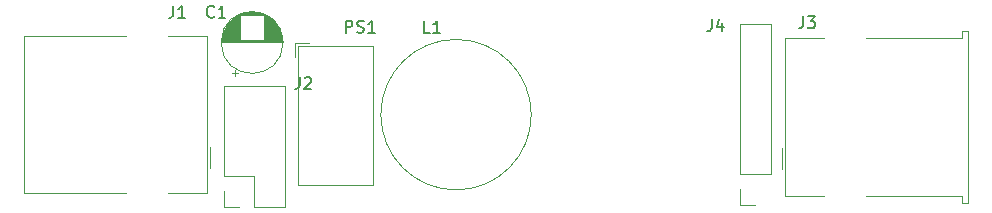
<source format=gbr>
%TF.GenerationSoftware,KiCad,Pcbnew,(5.1.12)-1*%
%TF.CreationDate,2022-10-21T23:10:11+02:00*%
%TF.ProjectId,smart-temp-allinone,736d6172-742d-4746-956d-702d616c6c69,rev?*%
%TF.SameCoordinates,Original*%
%TF.FileFunction,Legend,Top*%
%TF.FilePolarity,Positive*%
%FSLAX46Y46*%
G04 Gerber Fmt 4.6, Leading zero omitted, Abs format (unit mm)*
G04 Created by KiCad (PCBNEW (5.1.12)-1) date 2022-10-21 23:10:11*
%MOMM*%
%LPD*%
G01*
G04 APERTURE LIST*
%ADD10C,0.120000*%
%ADD11C,0.150000*%
G04 APERTURE END LIST*
D10*
%TO.C,J4*%
X129536000Y-91440000D02*
X126876000Y-91440000D01*
X129536000Y-91440000D02*
X129536000Y-78680000D01*
X129536000Y-78680000D02*
X126876000Y-78680000D01*
X126876000Y-91440000D02*
X126876000Y-78680000D01*
X126876000Y-94040000D02*
X126876000Y-92710000D01*
X128206000Y-94040000D02*
X126876000Y-94040000D01*
%TO.C,L1*%
X109240000Y-86394000D02*
G75*
G03*
X109240000Y-86394000I-6370000J0D01*
G01*
%TO.C,C1*%
X83873000Y-82838775D02*
X84373000Y-82838775D01*
X84123000Y-83088775D02*
X84123000Y-82588775D01*
X85314000Y-77683000D02*
X85882000Y-77683000D01*
X85080000Y-77723000D02*
X86116000Y-77723000D01*
X84921000Y-77763000D02*
X86275000Y-77763000D01*
X84793000Y-77803000D02*
X86403000Y-77803000D01*
X84683000Y-77843000D02*
X86513000Y-77843000D01*
X84587000Y-77883000D02*
X86609000Y-77883000D01*
X84500000Y-77923000D02*
X86696000Y-77923000D01*
X84420000Y-77963000D02*
X86776000Y-77963000D01*
X86638000Y-78003000D02*
X86849000Y-78003000D01*
X84347000Y-78003000D02*
X84558000Y-78003000D01*
X86638000Y-78043000D02*
X86917000Y-78043000D01*
X84279000Y-78043000D02*
X84558000Y-78043000D01*
X86638000Y-78083000D02*
X86981000Y-78083000D01*
X84215000Y-78083000D02*
X84558000Y-78083000D01*
X86638000Y-78123000D02*
X87041000Y-78123000D01*
X84155000Y-78123000D02*
X84558000Y-78123000D01*
X86638000Y-78163000D02*
X87098000Y-78163000D01*
X84098000Y-78163000D02*
X84558000Y-78163000D01*
X86638000Y-78203000D02*
X87152000Y-78203000D01*
X84044000Y-78203000D02*
X84558000Y-78203000D01*
X86638000Y-78243000D02*
X87203000Y-78243000D01*
X83993000Y-78243000D02*
X84558000Y-78243000D01*
X86638000Y-78283000D02*
X87251000Y-78283000D01*
X83945000Y-78283000D02*
X84558000Y-78283000D01*
X86638000Y-78323000D02*
X87297000Y-78323000D01*
X83899000Y-78323000D02*
X84558000Y-78323000D01*
X86638000Y-78363000D02*
X87341000Y-78363000D01*
X83855000Y-78363000D02*
X84558000Y-78363000D01*
X86638000Y-78403000D02*
X87383000Y-78403000D01*
X83813000Y-78403000D02*
X84558000Y-78403000D01*
X86638000Y-78443000D02*
X87424000Y-78443000D01*
X83772000Y-78443000D02*
X84558000Y-78443000D01*
X86638000Y-78483000D02*
X87462000Y-78483000D01*
X83734000Y-78483000D02*
X84558000Y-78483000D01*
X86638000Y-78523000D02*
X87499000Y-78523000D01*
X83697000Y-78523000D02*
X84558000Y-78523000D01*
X86638000Y-78563000D02*
X87535000Y-78563000D01*
X83661000Y-78563000D02*
X84558000Y-78563000D01*
X86638000Y-78603000D02*
X87569000Y-78603000D01*
X83627000Y-78603000D02*
X84558000Y-78603000D01*
X86638000Y-78643000D02*
X87602000Y-78643000D01*
X83594000Y-78643000D02*
X84558000Y-78643000D01*
X86638000Y-78683000D02*
X87633000Y-78683000D01*
X83563000Y-78683000D02*
X84558000Y-78683000D01*
X86638000Y-78723000D02*
X87663000Y-78723000D01*
X83533000Y-78723000D02*
X84558000Y-78723000D01*
X86638000Y-78763000D02*
X87693000Y-78763000D01*
X83503000Y-78763000D02*
X84558000Y-78763000D01*
X86638000Y-78803000D02*
X87720000Y-78803000D01*
X83476000Y-78803000D02*
X84558000Y-78803000D01*
X86638000Y-78843000D02*
X87747000Y-78843000D01*
X83449000Y-78843000D02*
X84558000Y-78843000D01*
X86638000Y-78883000D02*
X87773000Y-78883000D01*
X83423000Y-78883000D02*
X84558000Y-78883000D01*
X86638000Y-78923000D02*
X87798000Y-78923000D01*
X83398000Y-78923000D02*
X84558000Y-78923000D01*
X86638000Y-78963000D02*
X87822000Y-78963000D01*
X83374000Y-78963000D02*
X84558000Y-78963000D01*
X86638000Y-79003000D02*
X87845000Y-79003000D01*
X83351000Y-79003000D02*
X84558000Y-79003000D01*
X86638000Y-79043000D02*
X87866000Y-79043000D01*
X83330000Y-79043000D02*
X84558000Y-79043000D01*
X86638000Y-79083000D02*
X87888000Y-79083000D01*
X83308000Y-79083000D02*
X84558000Y-79083000D01*
X86638000Y-79123000D02*
X87908000Y-79123000D01*
X83288000Y-79123000D02*
X84558000Y-79123000D01*
X86638000Y-79163000D02*
X87927000Y-79163000D01*
X83269000Y-79163000D02*
X84558000Y-79163000D01*
X86638000Y-79203000D02*
X87946000Y-79203000D01*
X83250000Y-79203000D02*
X84558000Y-79203000D01*
X86638000Y-79243000D02*
X87963000Y-79243000D01*
X83233000Y-79243000D02*
X84558000Y-79243000D01*
X86638000Y-79283000D02*
X87980000Y-79283000D01*
X83216000Y-79283000D02*
X84558000Y-79283000D01*
X86638000Y-79323000D02*
X87996000Y-79323000D01*
X83200000Y-79323000D02*
X84558000Y-79323000D01*
X86638000Y-79363000D02*
X88012000Y-79363000D01*
X83184000Y-79363000D02*
X84558000Y-79363000D01*
X86638000Y-79403000D02*
X88026000Y-79403000D01*
X83170000Y-79403000D02*
X84558000Y-79403000D01*
X86638000Y-79443000D02*
X88040000Y-79443000D01*
X83156000Y-79443000D02*
X84558000Y-79443000D01*
X86638000Y-79483000D02*
X88053000Y-79483000D01*
X83143000Y-79483000D02*
X84558000Y-79483000D01*
X86638000Y-79523000D02*
X88066000Y-79523000D01*
X83130000Y-79523000D02*
X84558000Y-79523000D01*
X86638000Y-79563000D02*
X88078000Y-79563000D01*
X83118000Y-79563000D02*
X84558000Y-79563000D01*
X86638000Y-79604000D02*
X88089000Y-79604000D01*
X83107000Y-79604000D02*
X84558000Y-79604000D01*
X86638000Y-79644000D02*
X88099000Y-79644000D01*
X83097000Y-79644000D02*
X84558000Y-79644000D01*
X86638000Y-79684000D02*
X88109000Y-79684000D01*
X83087000Y-79684000D02*
X84558000Y-79684000D01*
X86638000Y-79724000D02*
X88118000Y-79724000D01*
X83078000Y-79724000D02*
X84558000Y-79724000D01*
X86638000Y-79764000D02*
X88126000Y-79764000D01*
X83070000Y-79764000D02*
X84558000Y-79764000D01*
X86638000Y-79804000D02*
X88134000Y-79804000D01*
X83062000Y-79804000D02*
X84558000Y-79804000D01*
X86638000Y-79844000D02*
X88141000Y-79844000D01*
X83055000Y-79844000D02*
X84558000Y-79844000D01*
X86638000Y-79884000D02*
X88148000Y-79884000D01*
X83048000Y-79884000D02*
X84558000Y-79884000D01*
X86638000Y-79924000D02*
X88154000Y-79924000D01*
X83042000Y-79924000D02*
X84558000Y-79924000D01*
X86638000Y-79964000D02*
X88159000Y-79964000D01*
X83037000Y-79964000D02*
X84558000Y-79964000D01*
X86638000Y-80004000D02*
X88163000Y-80004000D01*
X83033000Y-80004000D02*
X84558000Y-80004000D01*
X86638000Y-80044000D02*
X88167000Y-80044000D01*
X83029000Y-80044000D02*
X84558000Y-80044000D01*
X83025000Y-80084000D02*
X88171000Y-80084000D01*
X83022000Y-80124000D02*
X88174000Y-80124000D01*
X83020000Y-80164000D02*
X88176000Y-80164000D01*
X83019000Y-80204000D02*
X88177000Y-80204000D01*
X83018000Y-80244000D02*
X88178000Y-80244000D01*
X83018000Y-80284000D02*
X88178000Y-80284000D01*
X88218000Y-80284000D02*
G75*
G03*
X88218000Y-80284000I-2620000J0D01*
G01*
%TO.C,PS1*%
X89207700Y-80336500D02*
X89207700Y-81536500D01*
X90407700Y-80336500D02*
X89207700Y-80336500D01*
X95797700Y-92356500D02*
X89457700Y-92356500D01*
X89457700Y-80586500D02*
X89457700Y-92356500D01*
X95797700Y-80586500D02*
X89457700Y-80586500D01*
X95797700Y-80586500D02*
X95797700Y-92356500D01*
%TO.C,J2*%
X84518500Y-94230500D02*
X83188500Y-94230500D01*
X83188500Y-94230500D02*
X83188500Y-92900500D01*
X85788500Y-94230500D02*
X85788500Y-91630500D01*
X85788500Y-91630500D02*
X83188500Y-91630500D01*
X83188500Y-91630500D02*
X83188500Y-83950500D01*
X88388500Y-83950500D02*
X83188500Y-83950500D01*
X88388500Y-94230500D02*
X88388500Y-83950500D01*
X88388500Y-94230500D02*
X85788500Y-94230500D01*
%TO.C,J1*%
X66318000Y-79734000D02*
X74948000Y-79734000D01*
X81798000Y-79734000D02*
X81798000Y-93054000D01*
X81798000Y-79734000D02*
X78468000Y-79734000D01*
X81798000Y-93054000D02*
X78468000Y-93054000D01*
X66318000Y-79734000D02*
X66318000Y-93054000D01*
X74948000Y-93054000D02*
X66318000Y-93054000D01*
X82018000Y-89106000D02*
X82018000Y-90906000D01*
%TO.C,J3*%
X145676000Y-93240000D02*
X137566000Y-93240000D01*
X145676000Y-93240000D02*
X145676000Y-93890000D01*
X130716000Y-93240000D02*
X130716000Y-79920000D01*
X130716000Y-93240000D02*
X134046000Y-93240000D01*
X130716000Y-79920000D02*
X134046000Y-79920000D01*
X146196000Y-79270000D02*
X145676000Y-79270000D01*
X146196000Y-93890000D02*
X146196000Y-79270000D01*
X137566000Y-79920000D02*
X145676000Y-79920000D01*
X145676000Y-93890000D02*
X146196000Y-93890000D01*
X145676000Y-79270000D02*
X145676000Y-79920000D01*
X130496000Y-90980000D02*
X130496000Y-89180000D01*
%TO.C,J4*%
D11*
X124507166Y-78319380D02*
X124507166Y-79033666D01*
X124459547Y-79176523D01*
X124364309Y-79271761D01*
X124221452Y-79319380D01*
X124126214Y-79319380D01*
X125411928Y-78652714D02*
X125411928Y-79319380D01*
X125173833Y-78271761D02*
X124935738Y-78986047D01*
X125554785Y-78986047D01*
%TO.C,L1*%
X100671333Y-79446380D02*
X100195142Y-79446380D01*
X100195142Y-78446380D01*
X101528476Y-79446380D02*
X100957047Y-79446380D01*
X101242761Y-79446380D02*
X101242761Y-78446380D01*
X101147523Y-78589238D01*
X101052285Y-78684476D01*
X100957047Y-78732095D01*
%TO.C,C1*%
X82383333Y-78081142D02*
X82335714Y-78128761D01*
X82192857Y-78176380D01*
X82097619Y-78176380D01*
X81954761Y-78128761D01*
X81859523Y-78033523D01*
X81811904Y-77938285D01*
X81764285Y-77747809D01*
X81764285Y-77604952D01*
X81811904Y-77414476D01*
X81859523Y-77319238D01*
X81954761Y-77224000D01*
X82097619Y-77176380D01*
X82192857Y-77176380D01*
X82335714Y-77224000D01*
X82383333Y-77271619D01*
X83335714Y-78176380D02*
X82764285Y-78176380D01*
X83050000Y-78176380D02*
X83050000Y-77176380D01*
X82954761Y-77319238D01*
X82859523Y-77414476D01*
X82764285Y-77462095D01*
%TO.C,PS1*%
X93527714Y-79446380D02*
X93527714Y-78446380D01*
X93908666Y-78446380D01*
X94003904Y-78494000D01*
X94051523Y-78541619D01*
X94099142Y-78636857D01*
X94099142Y-78779714D01*
X94051523Y-78874952D01*
X94003904Y-78922571D01*
X93908666Y-78970190D01*
X93527714Y-78970190D01*
X94480095Y-79398761D02*
X94622952Y-79446380D01*
X94861047Y-79446380D01*
X94956285Y-79398761D01*
X95003904Y-79351142D01*
X95051523Y-79255904D01*
X95051523Y-79160666D01*
X95003904Y-79065428D01*
X94956285Y-79017809D01*
X94861047Y-78970190D01*
X94670571Y-78922571D01*
X94575333Y-78874952D01*
X94527714Y-78827333D01*
X94480095Y-78732095D01*
X94480095Y-78636857D01*
X94527714Y-78541619D01*
X94575333Y-78494000D01*
X94670571Y-78446380D01*
X94908666Y-78446380D01*
X95051523Y-78494000D01*
X96003904Y-79446380D02*
X95432476Y-79446380D01*
X95718190Y-79446380D02*
X95718190Y-78446380D01*
X95622952Y-78589238D01*
X95527714Y-78684476D01*
X95432476Y-78732095D01*
%TO.C,J2*%
X89621466Y-83208880D02*
X89621466Y-83923166D01*
X89573847Y-84066023D01*
X89478609Y-84161261D01*
X89335752Y-84208880D01*
X89240514Y-84208880D01*
X90050038Y-83304119D02*
X90097657Y-83256500D01*
X90192895Y-83208880D01*
X90430990Y-83208880D01*
X90526228Y-83256500D01*
X90573847Y-83304119D01*
X90621466Y-83399357D01*
X90621466Y-83494595D01*
X90573847Y-83637452D01*
X90002419Y-84208880D01*
X90621466Y-84208880D01*
%TO.C,J1*%
X78914666Y-77176380D02*
X78914666Y-77890666D01*
X78867047Y-78033523D01*
X78771809Y-78128761D01*
X78628952Y-78176380D01*
X78533714Y-78176380D01*
X79914666Y-78176380D02*
X79343238Y-78176380D01*
X79628952Y-78176380D02*
X79628952Y-77176380D01*
X79533714Y-77319238D01*
X79438476Y-77414476D01*
X79343238Y-77462095D01*
%TO.C,J3*%
X132254666Y-78065380D02*
X132254666Y-78779666D01*
X132207047Y-78922523D01*
X132111809Y-79017761D01*
X131968952Y-79065380D01*
X131873714Y-79065380D01*
X132635619Y-78065380D02*
X133254666Y-78065380D01*
X132921333Y-78446333D01*
X133064190Y-78446333D01*
X133159428Y-78493952D01*
X133207047Y-78541571D01*
X133254666Y-78636809D01*
X133254666Y-78874904D01*
X133207047Y-78970142D01*
X133159428Y-79017761D01*
X133064190Y-79065380D01*
X132778476Y-79065380D01*
X132683238Y-79017761D01*
X132635619Y-78970142D01*
%TD*%
M02*

</source>
